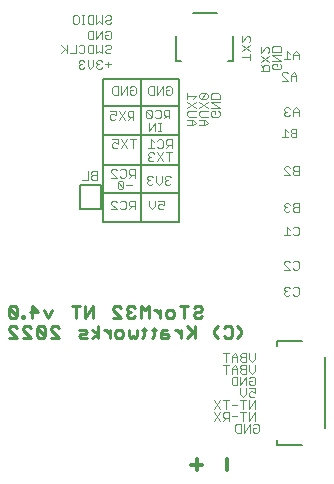
<source format=gbo>
G75*
G70*
%OFA0B0*%
%FSLAX24Y24*%
%IPPOS*%
%LPD*%
%AMOC8*
5,1,8,0,0,1.08239X$1,22.5*
%
%ADD10C,0.0030*%
%ADD11C,0.0079*%
%ADD12C,0.0140*%
%ADD13C,0.0100*%
D10*
X038444Y023074D02*
X038637Y023364D01*
X038637Y023468D02*
X038444Y023758D01*
X038637Y023758D02*
X038444Y023468D01*
X038444Y023364D02*
X038637Y023074D01*
X038738Y023074D02*
X038835Y023171D01*
X038787Y023171D02*
X038932Y023171D01*
X038932Y023074D02*
X038932Y023364D01*
X038787Y023364D01*
X038738Y023316D01*
X038738Y023219D01*
X038787Y023171D01*
X039033Y023219D02*
X039226Y023219D01*
X039328Y023364D02*
X039521Y023364D01*
X039424Y023364D02*
X039424Y023074D01*
X039446Y022971D02*
X039446Y022680D01*
X039639Y022971D01*
X039639Y022680D01*
X039740Y022729D02*
X039740Y022825D01*
X039837Y022825D01*
X039740Y022729D02*
X039789Y022680D01*
X039885Y022680D01*
X039934Y022729D01*
X039934Y022922D01*
X039885Y022971D01*
X039789Y022971D01*
X039740Y022922D01*
X039816Y023074D02*
X039816Y023364D01*
X039622Y023074D01*
X039622Y023364D01*
X039622Y023468D02*
X039622Y023758D01*
X039521Y023758D02*
X039328Y023758D01*
X039424Y023758D02*
X039424Y023468D01*
X039622Y023468D02*
X039816Y023758D01*
X039816Y023468D01*
X039767Y023861D02*
X039816Y023910D01*
X039767Y023861D02*
X039671Y023861D01*
X039622Y023910D01*
X039622Y024007D01*
X039671Y024055D01*
X039719Y024055D01*
X039816Y024007D01*
X039816Y024152D01*
X039622Y024152D01*
X039521Y024152D02*
X039521Y023958D01*
X039424Y023861D01*
X039328Y023958D01*
X039328Y024152D01*
X039328Y024255D02*
X039328Y024545D01*
X039226Y024545D02*
X039081Y024545D01*
X039033Y024497D01*
X039033Y024304D01*
X039081Y024255D01*
X039226Y024255D01*
X039226Y024545D01*
X039226Y024649D02*
X039226Y024842D01*
X039130Y024939D01*
X039033Y024842D01*
X039033Y024649D01*
X039033Y024794D02*
X039226Y024794D01*
X039328Y024842D02*
X039376Y024794D01*
X039521Y024794D01*
X039622Y024746D02*
X039622Y024939D01*
X039521Y024939D02*
X039376Y024939D01*
X039328Y024891D01*
X039328Y024842D01*
X039376Y024794D02*
X039328Y024746D01*
X039328Y024697D01*
X039376Y024649D01*
X039521Y024649D01*
X039521Y024939D01*
X039521Y025043D02*
X039376Y025043D01*
X039328Y025091D01*
X039328Y025139D01*
X039376Y025188D01*
X039521Y025188D01*
X039622Y025139D02*
X039622Y025333D01*
X039521Y025333D02*
X039376Y025333D01*
X039328Y025284D01*
X039328Y025236D01*
X039376Y025188D01*
X039226Y025188D02*
X039033Y025188D01*
X039033Y025236D02*
X039033Y025043D01*
X038932Y024939D02*
X038738Y024939D01*
X038835Y024939D02*
X038835Y024649D01*
X038835Y025043D02*
X038835Y025333D01*
X038932Y025333D02*
X038738Y025333D01*
X039033Y025236D02*
X039130Y025333D01*
X039226Y025236D01*
X039226Y025043D01*
X039521Y025043D02*
X039521Y025333D01*
X039622Y025139D02*
X039719Y025043D01*
X039816Y025139D01*
X039816Y025333D01*
X039816Y024939D02*
X039816Y024746D01*
X039719Y024649D01*
X039622Y024746D01*
X039671Y024545D02*
X039767Y024545D01*
X039816Y024497D01*
X039816Y024304D01*
X039767Y024255D01*
X039671Y024255D01*
X039622Y024304D01*
X039622Y024400D01*
X039719Y024400D01*
X039622Y024497D02*
X039671Y024545D01*
X039521Y024545D02*
X039328Y024255D01*
X039521Y024255D02*
X039521Y024545D01*
X039226Y023613D02*
X039033Y023613D01*
X038932Y023758D02*
X038738Y023758D01*
X038835Y023758D02*
X038835Y023468D01*
X039199Y022971D02*
X039345Y022971D01*
X039345Y022680D01*
X039199Y022680D01*
X039151Y022729D01*
X039151Y022922D01*
X039199Y022971D01*
X040833Y027247D02*
X040929Y027247D01*
X040978Y027296D01*
X041079Y027296D02*
X041127Y027247D01*
X041224Y027247D01*
X041272Y027296D01*
X041272Y027489D01*
X041224Y027538D01*
X041127Y027538D01*
X041079Y027489D01*
X040978Y027489D02*
X040929Y027538D01*
X040833Y027538D01*
X040784Y027489D01*
X040784Y027441D01*
X040833Y027392D01*
X040784Y027344D01*
X040784Y027296D01*
X040833Y027247D01*
X040833Y027392D02*
X040881Y027392D01*
X040978Y028113D02*
X040784Y028307D01*
X040784Y028355D01*
X040833Y028404D01*
X040929Y028404D01*
X040978Y028355D01*
X041079Y028355D02*
X041127Y028404D01*
X041224Y028404D01*
X041272Y028355D01*
X041272Y028162D01*
X041224Y028113D01*
X041127Y028113D01*
X041079Y028162D01*
X040978Y028113D02*
X040784Y028113D01*
X040784Y029255D02*
X040978Y029255D01*
X040881Y029255D02*
X040881Y029545D01*
X040978Y029449D01*
X041079Y029497D02*
X041127Y029545D01*
X041224Y029545D01*
X041272Y029497D01*
X041272Y029304D01*
X041224Y029255D01*
X041127Y029255D01*
X041079Y029304D01*
X041127Y030043D02*
X041272Y030043D01*
X041272Y030333D01*
X041127Y030333D01*
X041079Y030284D01*
X041079Y030236D01*
X041127Y030188D01*
X041272Y030188D01*
X041127Y030188D02*
X041079Y030139D01*
X041079Y030091D01*
X041127Y030043D01*
X040978Y030091D02*
X040929Y030043D01*
X040833Y030043D01*
X040784Y030091D01*
X040784Y030139D01*
X040833Y030188D01*
X040881Y030188D01*
X040833Y030188D02*
X040784Y030236D01*
X040784Y030284D01*
X040833Y030333D01*
X040929Y030333D01*
X040978Y030284D01*
X040978Y031263D02*
X040784Y031457D01*
X040784Y031505D01*
X040833Y031553D01*
X040929Y031553D01*
X040978Y031505D01*
X041079Y031505D02*
X041079Y031457D01*
X041127Y031408D01*
X041272Y031408D01*
X041127Y031408D02*
X041079Y031360D01*
X041079Y031311D01*
X041127Y031263D01*
X041272Y031263D01*
X041272Y031553D01*
X041127Y031553D01*
X041079Y031505D01*
X040978Y031263D02*
X040784Y031263D01*
X040802Y032523D02*
X040802Y032813D01*
X040899Y032716D01*
X041000Y032716D02*
X041049Y032668D01*
X041194Y032668D01*
X041194Y032813D02*
X041049Y032813D01*
X041000Y032765D01*
X041000Y032716D01*
X041049Y032668D02*
X041000Y032620D01*
X041000Y032571D01*
X041049Y032523D01*
X041194Y032523D01*
X041194Y032813D01*
X040899Y032523D02*
X040706Y032523D01*
X040833Y033232D02*
X040929Y033232D01*
X040978Y033280D01*
X041079Y033232D02*
X041079Y033425D01*
X041176Y033522D01*
X041272Y033425D01*
X041272Y033232D01*
X041272Y033377D02*
X041079Y033377D01*
X040978Y033473D02*
X040929Y033522D01*
X040833Y033522D01*
X040784Y033473D01*
X040784Y033425D01*
X040833Y033377D01*
X040784Y033328D01*
X040784Y033280D01*
X040833Y033232D01*
X040833Y033377D02*
X040881Y033377D01*
X040899Y034413D02*
X040706Y034606D01*
X040706Y034655D01*
X040754Y034703D01*
X040851Y034703D01*
X040899Y034655D01*
X041000Y034606D02*
X041000Y034413D01*
X040899Y034413D02*
X040706Y034413D01*
X041000Y034558D02*
X041194Y034558D01*
X041194Y034606D02*
X041194Y034413D01*
X041194Y034606D02*
X041097Y034703D01*
X041000Y034606D01*
X040682Y034837D02*
X040634Y034789D01*
X040440Y034789D01*
X040392Y034837D01*
X040392Y034934D01*
X040440Y034982D01*
X040537Y034982D01*
X040537Y034885D01*
X040634Y034982D02*
X040682Y034934D01*
X040682Y034837D01*
X040682Y035083D02*
X040392Y035277D01*
X040682Y035277D01*
X040682Y035378D02*
X040682Y035523D01*
X040634Y035571D01*
X040440Y035571D01*
X040392Y035523D01*
X040392Y035378D01*
X040682Y035378D01*
X040881Y035412D02*
X040881Y035121D01*
X040978Y035121D02*
X040784Y035121D01*
X040682Y035083D02*
X040392Y035083D01*
X040288Y035044D02*
X039998Y035237D01*
X039998Y035338D02*
X040192Y035532D01*
X040240Y035532D01*
X040288Y035484D01*
X040288Y035387D01*
X040240Y035338D01*
X040288Y035237D02*
X039998Y035044D01*
X039998Y034943D02*
X040095Y034846D01*
X040095Y034894D02*
X040095Y034749D01*
X039998Y034749D02*
X040288Y034749D01*
X040288Y034894D01*
X040240Y034943D01*
X040143Y034943D01*
X040095Y034894D01*
X039998Y035338D02*
X039998Y035532D01*
X039658Y035592D02*
X039368Y035398D01*
X039368Y035592D02*
X039658Y035398D01*
X039658Y035297D02*
X039658Y035103D01*
X039658Y035200D02*
X039368Y035200D01*
X039368Y035693D02*
X039562Y035886D01*
X039610Y035886D01*
X039658Y035838D01*
X039658Y035741D01*
X039610Y035693D01*
X039368Y035693D02*
X039368Y035886D01*
X040881Y035412D02*
X040978Y035315D01*
X041079Y035315D02*
X041079Y035121D01*
X041079Y035266D02*
X041272Y035266D01*
X041272Y035315D02*
X041176Y035412D01*
X041079Y035315D01*
X041272Y035315D02*
X041272Y035121D01*
X038635Y033948D02*
X038635Y033803D01*
X038345Y033803D01*
X038345Y033948D01*
X038393Y033997D01*
X038586Y033997D01*
X038635Y033948D01*
X038635Y033702D02*
X038345Y033702D01*
X038635Y033508D01*
X038345Y033508D01*
X038241Y033508D02*
X037951Y033702D01*
X037847Y033702D02*
X037557Y033508D01*
X037606Y033407D02*
X037847Y033407D01*
X037847Y033508D02*
X037557Y033702D01*
X037557Y033803D02*
X037557Y033997D01*
X037557Y033900D02*
X037847Y033900D01*
X037751Y033803D01*
X037951Y033851D02*
X037999Y033803D01*
X038193Y033997D01*
X037999Y033997D01*
X037951Y033948D01*
X037951Y033851D01*
X037999Y033803D02*
X038193Y033803D01*
X038241Y033851D01*
X038241Y033948D01*
X038193Y033997D01*
X038241Y033702D02*
X037951Y033508D01*
X037999Y033407D02*
X038241Y033407D01*
X038345Y033359D02*
X038393Y033407D01*
X038490Y033407D01*
X038490Y033310D01*
X038586Y033214D02*
X038393Y033214D01*
X038345Y033262D01*
X038345Y033359D01*
X038241Y033214D02*
X037999Y033214D01*
X037951Y033262D01*
X037951Y033359D01*
X037999Y033407D01*
X037847Y033214D02*
X037606Y033214D01*
X037557Y033262D01*
X037557Y033359D01*
X037606Y033407D01*
X037557Y033113D02*
X037751Y033113D01*
X037847Y033016D01*
X037751Y032919D01*
X037557Y032919D01*
X037702Y032919D02*
X037702Y033113D01*
X037951Y033113D02*
X038144Y033113D01*
X038241Y033016D01*
X038144Y032919D01*
X037951Y032919D01*
X038096Y032919D02*
X038096Y033113D01*
X038586Y033214D02*
X038635Y033262D01*
X038635Y033359D01*
X038586Y033407D01*
X036960Y033443D02*
X036814Y033443D01*
X036766Y033395D01*
X036766Y033298D01*
X036814Y033250D01*
X036960Y033250D01*
X036960Y033153D02*
X036960Y033443D01*
X036863Y033250D02*
X036766Y033153D01*
X036665Y033201D02*
X036616Y033153D01*
X036520Y033153D01*
X036471Y033201D01*
X036370Y033201D02*
X036177Y033395D01*
X036177Y033201D01*
X036225Y033153D01*
X036322Y033153D01*
X036370Y033201D01*
X036370Y033395D01*
X036322Y033443D01*
X036225Y033443D01*
X036177Y033395D01*
X036471Y033395D02*
X036520Y033443D01*
X036616Y033443D01*
X036665Y033395D01*
X036665Y033201D01*
X036685Y033010D02*
X036588Y033010D01*
X036636Y033010D02*
X036636Y032720D01*
X036588Y032720D02*
X036685Y032720D01*
X036488Y032720D02*
X036488Y033010D01*
X036295Y032720D01*
X036295Y033010D01*
X035761Y033113D02*
X035761Y033404D01*
X035615Y033404D01*
X035567Y033355D01*
X035567Y033259D01*
X035615Y033210D01*
X035761Y033210D01*
X035664Y033210D02*
X035567Y033113D01*
X035466Y033113D02*
X035272Y033404D01*
X035171Y033404D02*
X035171Y033259D01*
X035075Y033307D01*
X035026Y033307D01*
X034978Y033259D01*
X034978Y033162D01*
X035026Y033113D01*
X035123Y033113D01*
X035171Y033162D01*
X035272Y033113D02*
X035466Y033404D01*
X035171Y033404D02*
X034978Y033404D01*
X035105Y033940D02*
X035057Y033989D01*
X035057Y034182D01*
X035105Y034230D01*
X035250Y034230D01*
X035250Y033940D01*
X035105Y033940D01*
X035351Y033940D02*
X035351Y034230D01*
X035545Y034230D02*
X035351Y033940D01*
X035545Y033940D02*
X035545Y034230D01*
X035646Y034182D02*
X035694Y034230D01*
X035791Y034230D01*
X035839Y034182D01*
X035839Y033989D01*
X035791Y033940D01*
X035694Y033940D01*
X035646Y033989D01*
X035646Y034085D01*
X035743Y034085D01*
X036255Y033989D02*
X036255Y034182D01*
X036304Y034230D01*
X036449Y034230D01*
X036449Y033940D01*
X036304Y033940D01*
X036255Y033989D01*
X036550Y033940D02*
X036550Y034230D01*
X036744Y034230D02*
X036550Y033940D01*
X036744Y033940D02*
X036744Y034230D01*
X036845Y034182D02*
X036893Y034230D01*
X036990Y034230D01*
X037038Y034182D01*
X037038Y033989D01*
X036990Y033940D01*
X036893Y033940D01*
X036845Y033989D01*
X036845Y034085D01*
X036941Y034085D01*
X035013Y034951D02*
X034819Y034951D01*
X034916Y034855D02*
X034916Y035048D01*
X034718Y035048D02*
X034670Y035097D01*
X034573Y035097D01*
X034524Y035048D01*
X034524Y035000D01*
X034573Y034951D01*
X034524Y034903D01*
X034524Y034855D01*
X034573Y034806D01*
X034670Y034806D01*
X034718Y034855D01*
X034621Y034951D02*
X034573Y034951D01*
X034423Y034903D02*
X034327Y034806D01*
X034230Y034903D01*
X034230Y035097D01*
X034129Y035048D02*
X034080Y035097D01*
X033983Y035097D01*
X033935Y035048D01*
X033935Y035000D01*
X033983Y034951D01*
X033935Y034903D01*
X033935Y034855D01*
X033983Y034806D01*
X034080Y034806D01*
X034129Y034855D01*
X034032Y034951D02*
X033983Y034951D01*
X033983Y035318D02*
X033935Y035367D01*
X033983Y035318D02*
X034080Y035318D01*
X034129Y035367D01*
X034129Y035560D01*
X034080Y035608D01*
X033983Y035608D01*
X033935Y035560D01*
X033834Y035608D02*
X033834Y035318D01*
X033640Y035318D01*
X033539Y035318D02*
X033539Y035608D01*
X033491Y035463D02*
X033346Y035318D01*
X033539Y035415D02*
X033346Y035608D01*
X034230Y035560D02*
X034278Y035608D01*
X034423Y035608D01*
X034423Y035318D01*
X034278Y035318D01*
X034230Y035367D01*
X034230Y035560D01*
X034278Y035791D02*
X034230Y035839D01*
X034230Y036032D01*
X034278Y036081D01*
X034423Y036081D01*
X034423Y035791D01*
X034278Y035791D01*
X034524Y035791D02*
X034524Y036081D01*
X034718Y036081D02*
X034524Y035791D01*
X034524Y035608D02*
X034524Y035318D01*
X034621Y035415D01*
X034718Y035318D01*
X034718Y035608D01*
X034819Y035560D02*
X034867Y035608D01*
X034964Y035608D01*
X035013Y035560D01*
X035013Y035512D01*
X034964Y035463D01*
X034867Y035463D01*
X034819Y035415D01*
X034819Y035367D01*
X034867Y035318D01*
X034964Y035318D01*
X035013Y035367D01*
X034964Y035791D02*
X034867Y035791D01*
X034819Y035839D01*
X034819Y035936D01*
X034916Y035936D01*
X035013Y036032D02*
X035013Y035839D01*
X034964Y035791D01*
X034718Y035791D02*
X034718Y036081D01*
X034819Y036032D02*
X034867Y036081D01*
X034964Y036081D01*
X035013Y036032D01*
X034964Y036302D02*
X035013Y036351D01*
X034964Y036302D02*
X034867Y036302D01*
X034819Y036351D01*
X034819Y036399D01*
X034867Y036448D01*
X034964Y036448D01*
X035013Y036496D01*
X035013Y036544D01*
X034964Y036593D01*
X034867Y036593D01*
X034819Y036544D01*
X034718Y036593D02*
X034718Y036302D01*
X034621Y036399D01*
X034524Y036302D01*
X034524Y036593D01*
X034423Y036593D02*
X034278Y036593D01*
X034230Y036544D01*
X034230Y036351D01*
X034278Y036302D01*
X034423Y036302D01*
X034423Y036593D01*
X034129Y036593D02*
X034032Y036593D01*
X034080Y036593D02*
X034080Y036302D01*
X034032Y036302D02*
X034129Y036302D01*
X033932Y036351D02*
X033884Y036302D01*
X033787Y036302D01*
X033739Y036351D01*
X033739Y036544D01*
X033787Y036593D01*
X033884Y036593D01*
X033932Y036544D01*
X033932Y036351D01*
X034423Y035097D02*
X034423Y034903D01*
X035057Y032459D02*
X035250Y032459D01*
X035250Y032314D01*
X035153Y032362D01*
X035105Y032362D01*
X035057Y032314D01*
X035057Y032217D01*
X035105Y032169D01*
X035202Y032169D01*
X035250Y032217D01*
X035351Y032169D02*
X035545Y032459D01*
X035646Y032459D02*
X035839Y032459D01*
X035743Y032459D02*
X035743Y032169D01*
X035545Y032169D02*
X035351Y032459D01*
X036255Y032169D02*
X036449Y032169D01*
X036352Y032169D02*
X036352Y032459D01*
X036449Y032362D01*
X036550Y032410D02*
X036598Y032459D01*
X036695Y032459D01*
X036744Y032410D01*
X036744Y032217D01*
X036695Y032169D01*
X036598Y032169D01*
X036550Y032217D01*
X036550Y032026D02*
X036744Y031735D01*
X036550Y031735D02*
X036744Y032026D01*
X036845Y032026D02*
X037038Y032026D01*
X036941Y032026D02*
X036941Y031735D01*
X036845Y032169D02*
X036941Y032265D01*
X036893Y032265D02*
X037038Y032265D01*
X037038Y032169D02*
X037038Y032459D01*
X036893Y032459D01*
X036845Y032410D01*
X036845Y032314D01*
X036893Y032265D01*
X036449Y031977D02*
X036401Y032026D01*
X036304Y032026D01*
X036255Y031977D01*
X036255Y031929D01*
X036304Y031881D01*
X036255Y031832D01*
X036255Y031784D01*
X036304Y031735D01*
X036401Y031735D01*
X036449Y031784D01*
X036352Y031881D02*
X036304Y031881D01*
X036264Y031238D02*
X036216Y031190D01*
X036216Y031142D01*
X036264Y031093D01*
X036216Y031045D01*
X036216Y030996D01*
X036264Y030948D01*
X036361Y030948D01*
X036410Y030996D01*
X036511Y031045D02*
X036511Y031238D01*
X036410Y031190D02*
X036361Y031238D01*
X036264Y031238D01*
X036264Y031093D02*
X036313Y031093D01*
X036511Y031045D02*
X036607Y030948D01*
X036704Y031045D01*
X036704Y031238D01*
X036805Y031190D02*
X036805Y031142D01*
X036854Y031093D01*
X036805Y031045D01*
X036805Y030996D01*
X036854Y030948D01*
X036951Y030948D01*
X036999Y030996D01*
X036902Y031093D02*
X036854Y031093D01*
X036805Y031190D02*
X036854Y031238D01*
X036951Y031238D01*
X036999Y031190D01*
X036783Y030412D02*
X036589Y030412D01*
X036488Y030412D02*
X036488Y030218D01*
X036392Y030121D01*
X036295Y030218D01*
X036295Y030412D01*
X036589Y030266D02*
X036589Y030170D01*
X036638Y030121D01*
X036735Y030121D01*
X036783Y030170D01*
X036783Y030266D02*
X036686Y030315D01*
X036638Y030315D01*
X036589Y030266D01*
X036783Y030266D02*
X036783Y030412D01*
X035800Y030412D02*
X035800Y030121D01*
X035800Y030218D02*
X035655Y030218D01*
X035606Y030266D01*
X035606Y030363D01*
X035655Y030412D01*
X035800Y030412D01*
X035703Y030218D02*
X035606Y030121D01*
X035505Y030170D02*
X035457Y030121D01*
X035360Y030121D01*
X035312Y030170D01*
X035211Y030121D02*
X035017Y030315D01*
X035017Y030363D01*
X035066Y030412D01*
X035162Y030412D01*
X035211Y030363D01*
X035312Y030363D02*
X035360Y030412D01*
X035457Y030412D01*
X035505Y030363D01*
X035505Y030170D01*
X035211Y030121D02*
X035017Y030121D01*
X035281Y030791D02*
X035378Y030791D01*
X035427Y030839D01*
X035233Y031032D01*
X035233Y030839D01*
X035281Y030791D01*
X035427Y030839D02*
X035427Y031032D01*
X035378Y031081D01*
X035281Y031081D01*
X035233Y031032D01*
X035211Y031184D02*
X035017Y031378D01*
X035017Y031426D01*
X035066Y031475D01*
X035162Y031475D01*
X035211Y031426D01*
X035312Y031426D02*
X035360Y031475D01*
X035457Y031475D01*
X035505Y031426D01*
X035505Y031233D01*
X035457Y031184D01*
X035360Y031184D01*
X035312Y031233D01*
X035211Y031184D02*
X035017Y031184D01*
X034540Y031251D02*
X034395Y031251D01*
X034347Y031202D01*
X034347Y031154D01*
X034395Y031106D01*
X034540Y031106D01*
X034540Y031396D01*
X034395Y031396D01*
X034347Y031347D01*
X034347Y031299D01*
X034395Y031251D01*
X034245Y031396D02*
X034245Y031106D01*
X034052Y031106D01*
X035528Y030936D02*
X035721Y030936D01*
X035800Y031184D02*
X035800Y031475D01*
X035655Y031475D01*
X035606Y031426D01*
X035606Y031329D01*
X035655Y031281D01*
X035800Y031281D01*
X035703Y031281D02*
X035606Y031184D01*
D11*
X036012Y031602D02*
X034752Y031602D01*
X034752Y032587D01*
X036012Y032587D01*
X037272Y032587D01*
X037272Y031602D01*
X036012Y031602D01*
X036012Y030657D01*
X034752Y030657D01*
X034752Y031602D01*
X034673Y030933D02*
X033965Y030933D01*
X033965Y030146D01*
X034673Y030146D01*
X034673Y030933D01*
X034752Y030657D02*
X034752Y029713D01*
X036012Y029713D01*
X037272Y029713D01*
X037272Y030657D01*
X036012Y030657D01*
X036012Y029713D01*
X037272Y030657D02*
X037272Y031602D01*
X036012Y031602D02*
X036012Y032587D01*
X036012Y033571D01*
X034752Y033571D01*
X034752Y034476D01*
X036012Y034476D01*
X037272Y034476D01*
X037272Y033571D01*
X036012Y033571D01*
X036012Y034476D01*
X037193Y035067D02*
X037350Y035067D01*
X037193Y035067D02*
X037193Y035894D01*
X037744Y036681D02*
X038531Y036681D01*
X039083Y035894D02*
X039083Y035067D01*
X038925Y035067D01*
X037272Y033571D02*
X037272Y032587D01*
X034752Y032587D02*
X034752Y033571D01*
X040539Y025736D02*
X040539Y025579D01*
X040539Y025736D02*
X041366Y025736D01*
X042154Y025185D02*
X042154Y022823D01*
X041366Y022272D02*
X040539Y022272D01*
X040539Y022429D01*
D12*
X038890Y021795D02*
X038890Y021422D01*
X038054Y021608D02*
X037680Y021608D01*
X037867Y021422D02*
X037867Y021795D01*
D13*
X031895Y025837D02*
X031628Y025837D01*
X031895Y025837D02*
X031628Y026104D01*
X031628Y026171D01*
X031694Y026238D01*
X031828Y026238D01*
X031895Y026171D01*
X032088Y026171D02*
X032155Y026238D01*
X032288Y026238D01*
X032355Y026171D01*
X032549Y026171D02*
X032815Y025904D01*
X032749Y025837D01*
X032615Y025837D01*
X032549Y025904D01*
X032549Y026171D01*
X032615Y026238D01*
X032749Y026238D01*
X032815Y026171D01*
X032815Y025904D01*
X033009Y025837D02*
X033276Y025837D01*
X033009Y026104D01*
X033009Y026171D01*
X033076Y026238D01*
X033209Y026238D01*
X033276Y026171D01*
X032912Y026507D02*
X032779Y026774D01*
X032585Y026707D02*
X032318Y026707D01*
X032385Y026907D02*
X032585Y026707D01*
X032385Y026507D02*
X032385Y026907D01*
X032125Y026573D02*
X032058Y026573D01*
X032058Y026507D01*
X032125Y026507D01*
X032125Y026573D01*
X031895Y026573D02*
X031628Y026840D01*
X031628Y026573D01*
X031694Y026507D01*
X031828Y026507D01*
X031895Y026573D01*
X031895Y026840D01*
X031828Y026907D01*
X031694Y026907D01*
X031628Y026840D01*
X032088Y026171D02*
X032088Y026104D01*
X032355Y025837D01*
X032088Y025837D01*
X032912Y026507D02*
X033046Y026774D01*
X033700Y026907D02*
X033966Y026907D01*
X033833Y026907D02*
X033833Y026507D01*
X034160Y026507D02*
X034160Y026907D01*
X034427Y026907D02*
X034160Y026507D01*
X034427Y026507D02*
X034427Y026907D01*
X035081Y026840D02*
X035147Y026907D01*
X035281Y026907D01*
X035348Y026840D01*
X035541Y026840D02*
X035541Y026774D01*
X035608Y026707D01*
X035541Y026640D01*
X035541Y026573D01*
X035608Y026507D01*
X035741Y026507D01*
X035808Y026573D01*
X035675Y026707D02*
X035608Y026707D01*
X035541Y026840D02*
X035608Y026907D01*
X035741Y026907D01*
X035808Y026840D01*
X036001Y026907D02*
X036001Y026507D01*
X036268Y026507D02*
X036268Y026907D01*
X036135Y026774D01*
X036001Y026907D01*
X036452Y026774D02*
X036519Y026774D01*
X036652Y026640D01*
X036652Y026507D02*
X036652Y026774D01*
X036846Y026707D02*
X036912Y026774D01*
X037046Y026774D01*
X037112Y026707D01*
X037112Y026573D01*
X037046Y026507D01*
X036912Y026507D01*
X036846Y026573D01*
X036846Y026707D01*
X037306Y026907D02*
X037573Y026907D01*
X037439Y026907D02*
X037439Y026507D01*
X037536Y026238D02*
X037803Y025971D01*
X037736Y026038D02*
X037536Y025837D01*
X037343Y025837D02*
X037343Y026104D01*
X037343Y025971D02*
X037209Y026104D01*
X037142Y026104D01*
X036892Y026104D02*
X036759Y026104D01*
X036692Y026038D01*
X036692Y025837D01*
X036892Y025837D01*
X036959Y025904D01*
X036892Y025971D01*
X036692Y025971D01*
X036499Y026104D02*
X036365Y026104D01*
X036432Y026171D02*
X036432Y025904D01*
X036365Y025837D01*
X036125Y025904D02*
X036058Y025837D01*
X036125Y025904D02*
X036125Y026171D01*
X036192Y026104D02*
X036058Y026104D01*
X035885Y026104D02*
X035885Y025904D01*
X035818Y025837D01*
X035751Y025904D01*
X035685Y025837D01*
X035618Y025904D01*
X035618Y026104D01*
X035424Y026038D02*
X035358Y026104D01*
X035224Y026104D01*
X035157Y026038D01*
X035157Y025904D01*
X035224Y025837D01*
X035358Y025837D01*
X035424Y025904D01*
X035424Y026038D01*
X034964Y026104D02*
X034964Y025837D01*
X034964Y025971D02*
X034830Y026104D01*
X034764Y026104D01*
X034580Y025971D02*
X034380Y025837D01*
X034197Y025837D02*
X033996Y025837D01*
X033930Y025904D01*
X033996Y025971D01*
X034130Y025971D01*
X034197Y026038D01*
X034130Y026104D01*
X033930Y026104D01*
X034380Y026104D02*
X034580Y025971D01*
X034580Y025837D02*
X034580Y026238D01*
X035081Y026507D02*
X035348Y026507D01*
X035081Y026774D01*
X035081Y026840D01*
X037766Y026840D02*
X037833Y026907D01*
X037967Y026907D01*
X038033Y026840D01*
X038033Y026774D01*
X037967Y026707D01*
X037833Y026707D01*
X037766Y026640D01*
X037766Y026573D01*
X037833Y026507D01*
X037967Y026507D01*
X038033Y026573D01*
X037803Y026238D02*
X037803Y025837D01*
X038437Y025971D02*
X038437Y026104D01*
X038570Y026238D01*
X038764Y026171D02*
X038831Y026238D01*
X038964Y026238D01*
X039031Y026171D01*
X039031Y025904D01*
X038964Y025837D01*
X038831Y025837D01*
X038764Y025904D01*
X038570Y025837D02*
X038437Y025971D01*
X039204Y025837D02*
X039338Y025971D01*
X039338Y026104D01*
X039204Y026238D01*
M02*

</source>
